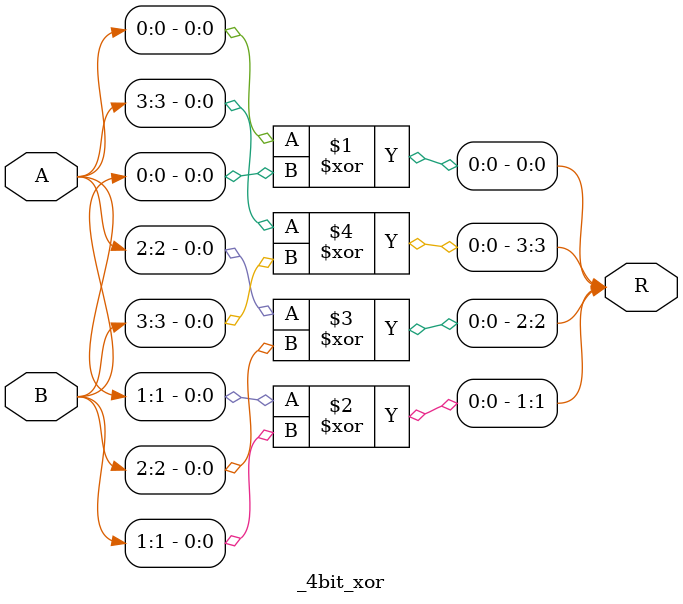
<source format=v>
module _4bit_xor (R, A, B);
input [3:0] A,B;
output [3:0] R;
xor xor0(R[0], A[0], B[0]);
xor xor1(R[1], A[1], B[1]);
xor xor2(R[2], A[2], B[2]);
xor xor3(R[3], A[3], B[3]);

endmodule

</source>
